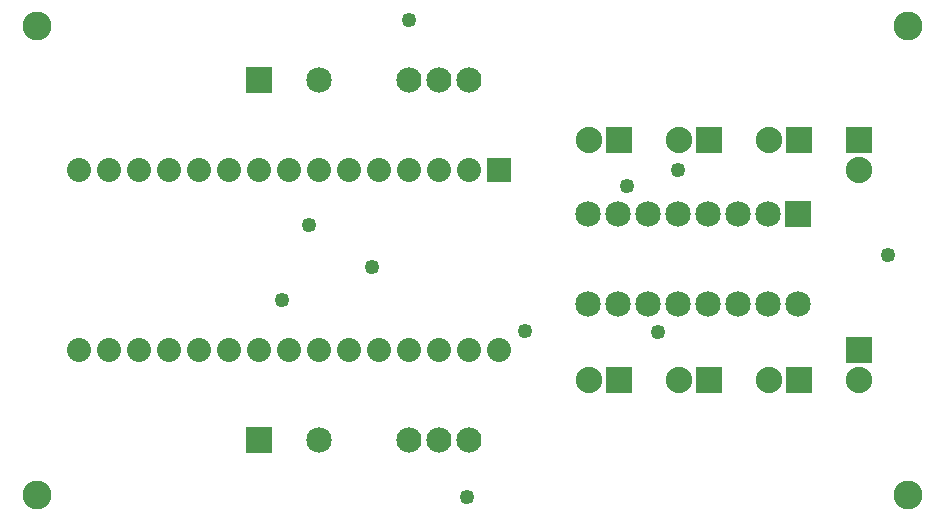
<source format=gts>
G04 MADE WITH FRITZING*
G04 WWW.FRITZING.ORG*
G04 DOUBLE SIDED*
G04 HOLES PLATED*
G04 CONTOUR ON CENTER OF CONTOUR VECTOR*
%ASAXBY*%
%FSLAX23Y23*%
%MOIN*%
%OFA0B0*%
%SFA1.0B1.0*%
%ADD10C,0.085000*%
%ADD11C,0.084000*%
%ADD12C,0.080000*%
%ADD13C,0.088000*%
%ADD14C,0.049370*%
%ADD15C,0.096614*%
%ADD16R,0.085000X0.085000*%
%ADD17R,0.080000X0.079972*%
%ADD18R,0.088000X0.088000*%
%LNMASK1*%
G90*
G70*
G54D10*
X818Y252D03*
X1018Y252D03*
X818Y1452D03*
X1018Y1452D03*
G54D11*
X1418Y252D03*
X1518Y252D03*
X1318Y252D03*
X1418Y1452D03*
X1318Y1452D03*
X1518Y1452D03*
G54D10*
X2614Y1006D03*
X2614Y706D03*
X2514Y1006D03*
X2514Y706D03*
X2414Y1006D03*
X2414Y706D03*
X2314Y1006D03*
X2314Y706D03*
X2214Y1006D03*
X2214Y706D03*
X2114Y1006D03*
X2114Y706D03*
X2014Y1006D03*
X2014Y706D03*
X1914Y1006D03*
X1914Y706D03*
G54D12*
X1618Y1152D03*
X1518Y1152D03*
X1418Y1152D03*
X1318Y1152D03*
X1218Y1152D03*
X1118Y1152D03*
X1018Y1152D03*
X918Y1152D03*
X818Y1152D03*
X718Y1152D03*
X618Y1152D03*
X518Y1152D03*
X418Y1152D03*
X318Y1152D03*
X218Y1152D03*
X1618Y552D03*
X1518Y552D03*
X1418Y552D03*
X1318Y552D03*
X1218Y552D03*
X1118Y552D03*
X1018Y552D03*
X918Y552D03*
X818Y552D03*
X718Y552D03*
X618Y552D03*
X518Y552D03*
X418Y552D03*
X318Y552D03*
X218Y552D03*
G54D13*
X2018Y452D03*
X1918Y452D03*
X2318Y452D03*
X2218Y452D03*
X2618Y452D03*
X2518Y452D03*
X2618Y1252D03*
X2518Y1252D03*
X2318Y1252D03*
X2218Y1252D03*
X2018Y1252D03*
X1918Y1252D03*
X2818Y1252D03*
X2818Y1152D03*
X2818Y552D03*
X2818Y452D03*
G54D14*
X2914Y869D03*
X1318Y1652D03*
X1513Y62D03*
X2217Y1153D03*
X2044Y1098D03*
X984Y970D03*
X1196Y828D03*
X2149Y614D03*
X1706Y616D03*
X897Y719D03*
G54D15*
X2983Y69D03*
X79Y69D03*
X2983Y1631D03*
X79Y1631D03*
G54D16*
X818Y252D03*
X818Y1452D03*
X2614Y1006D03*
G54D17*
X1618Y1152D03*
G54D18*
X2018Y452D03*
X2318Y452D03*
X2618Y452D03*
X2618Y1252D03*
X2318Y1252D03*
X2018Y1252D03*
X2818Y1252D03*
X2818Y552D03*
G04 End of Mask1*
M02*
</source>
